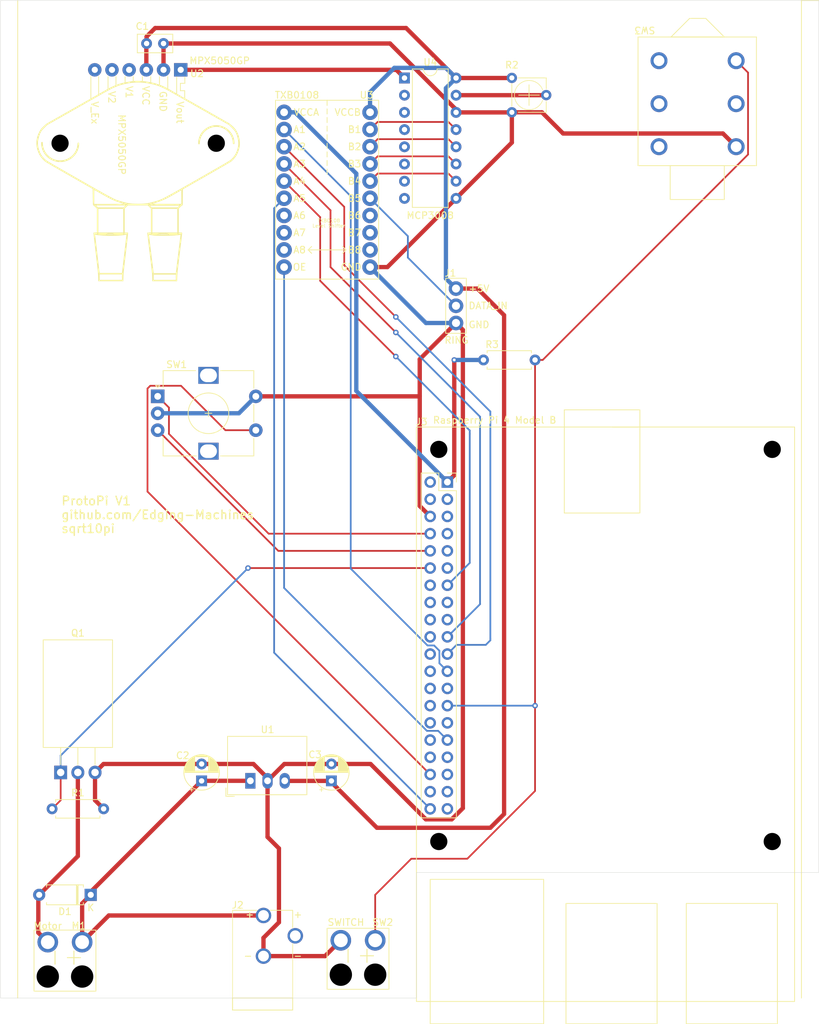
<source format=kicad_pcb>
(kicad_pcb (version 20211014) (generator pcbnew)
  (layers (0 "F.Cu" signal) (31 "B.Cu" signal) (34 "B.Paste" user) (35 "F.Paste" user) (36 "B.SilkS" user "B.Silkscreen") (37 "F.SilkS" user "F.Silkscreen") (38 "B.Mask" user) (39 "F.Mask" user) (44 "Edge.Cuts" user))
  (net 0 "")
  (net 1 "+5V")
  (net 2 "GND")
  (net 3 "+12V")
  (net 4 "/MOTOR-")
  (net 5 "/NEO_DATA_5V")
  (net 6 "+3V3")
  (net 12 "/SW_ROTA")
  (net 14 "/SW_ROTB")
  (net 16 "/MOTOR_3V3")
  (net 17 "/~{CS_3V3}")
  (net 23 "/MOSI_3V3")
  (net 25 "/MISO_3V3")
  (net 27 "/CLK_3V3")
  (net 31 "Net-(J3-Pad27)")
  (net 35 "/TXB_OE")
  (net 40 "/SW_PRESS")
  (net 44 "/NEO_DATA_3V3")
  (net 45 "/A_REF")
  (net 46 "/A_CH0")
  (net 54 "/~{CS_5V}")
  (net 55 "/MOSI_5V")
  (net 56 "/MISO_5V")
  (net 57 "/CLK_5V")
  (footprint "Resistor_THT:R_Axial_DIN0207_L6.3mm_D2.5mm_P7.62mm_Horizontal" (layer "F.Cu") (at 48.26 144.78)
    (fp_text reference "R1" (at 3.81 -2.37) (layer "F.SilkS"))
    (fp_text value "220k")
    (pad "1" thru_hole circle (at 0 0) (size 1.6 1.6) (drill 0.8) (layers *.Cu *.Mask) (net 16 "/MOTOR_3V3"))
    (pad "2" thru_hole oval (at 7.62 0) (size 1.6 1.6) (drill 0.8) (layers *.Cu *.Mask) (net 2 "GND"))
  )
  (footprint "custom-footprints:2.1mm DC Barrel Jack" (layer "F.Cu") (at 79.502 160.528 180)
    (fp_text reference "J2" (at 3.81 1.524 unlocked) (layer "F.SilkS"))
    (fp_text value "Jack-DC")
    (fp_text user "+" (at 2.032 0 180 unlocked) (layer "F.SilkS"))
    (fp_text user "+" (at -5.08 0 180 unlocked) (layer "F.SilkS"))
    (fp_text user "-" (at -5.08 -6.096 180 unlocked) (layer "F.SilkS"))
    (fp_text user "-" (at 2.286 -6.096 180 unlocked) (layer "F.SilkS"))
    (pad "1" thru_hole circle (at 0 0 180) (size 2.286 2.286) (drill 1.6002) (layers *.Cu *.Mask) (net 3 "+12V"))
    (pad "2" thru_hole circle (at 0 -6.000001 180) (size 2.286 2.286) (drill 1.6002) (layers *.Cu *.Mask) (net 2 "GND"))
    (pad "3" thru_hole circle (at -4.7 -3 180) (size 2.286 2.286) (drill 1.6002) (layers *.Cu *.Mask))
  )
  (footprint "Diode_THT:D_A-405_P7.62mm_Horizontal" (layer "F.Cu") (at 53.975 157.48 180)
    (fp_text reference "D1" (at 3.81 -2.47) (layer "F.SilkS"))
    (fp_text value "1N5818-B")
    (fp_text user "K" (at 0 -1.9) (layer "F.SilkS"))
    (pad "1" thru_hole rect (at 0 0 180) (size 1.8 1.8) (drill 0.9) (layers *.Cu *.Mask) (net 3 "+12V"))
    (pad "2" thru_hole oval (at 7.62 0 180) (size 1.8 1.8) (drill 0.9) (layers *.Cu *.Mask) (net 4 "/MOTOR-"))
  )
  (footprint "custom-footprints:TXB0108-Adafruit" (layer "F.Cu") (at 88.9 53.34)
    (fp_text reference "U3" (at 5.842 -13.97 unlocked) (layer "F.SilkS"))
    (fp_text value "TXB0108")
    (fp_text user "A2" (at -4.064 -6.35 unlocked) (layer "F.SilkS"))
    (fp_text user "B2" (at 4.064 -6.35 unlocked) (layer "F.SilkS"))
    (fp_text user "VCCA" (at -3.048 -11.43 unlocked) (layer "F.SilkS"))
    (fp_text user "A1" (at -4.064 -8.89 unlocked) (layer "F.SilkS"))
    (fp_text user "Level Shifter" (at 0.254 5.334 unlocked) (layer "F.SilkS") (effects (font (size 0.508 0.508) (thickness 0.0762))))
    (fp_text user "GND" (at 3.556 11.43 unlocked) (layer "F.SilkS"))
    (fp_text user "VCCB" (at 3.048 -11.43 unlocked) (layer "F.SilkS"))
    (fp_text user "A8" (at -4.064 8.89 unlocked) (layer "F.SilkS"))
    (fp_text user "B6" (at 4.064 3.81 unlocked) (layer "F.SilkS"))
    (fp_text user "B7" (at 4.064 6.35 unlocked) (layer "F.SilkS"))
    (fp_text user "B8" (at 4.064 8.89 unlocked) (layer "F.SilkS"))
    (fp_text user "OE" (at -4.064 11.43 unlocked) (layer "F.SilkS"))
    (fp_text user "B5" (at 4.064 1.27 unlocked) (layer "F.SilkS"))
    (fp_text user "B1" (at 4.064 -8.89 unlocked) (layer "F.SilkS"))
    (fp_text user "TXB0108" (at 0.254 4.572 unlocked) (layer "F.SilkS") (effects (font (size 0.508 0.508) (thickness 0.0762))))
    (fp_text user "A4" (at -4.064 -1.27 unlocked) (layer "F.SilkS"))
    (fp_text user "A6" (at -4.064 3.81 unlocked) (layer "F.SilkS"))
    (fp_text user "A5" (at -4.064 1.27 unlocked) (layer "F.SilkS"))
    (fp_text user "B3" (at 4.064 -3.81 unlocked) (layer "F.SilkS"))
    (fp_text user "B4" (at 4.064 -1.27 unlocked) (layer "F.SilkS"))
    (fp_text user "A7" (at -4.064 6.35 unlocked) (layer "F.SilkS"))
    (fp_text user "A3" (at -4.064 -3.81 unlocked) (layer "F.SilkS"))
    (pad "1" thru_hole circle (at -6.35 -11.43) (size 2.286 2.286) (drill 1.143) (layers *.Cu *.Mask) (net 6 "+3V3"))
    (pad "2" thru_hole circle (at -6.35 -8.89) (size 2.286 2.286) (drill 1.143) (layers *.Cu *.Mask) (net 27 "/CLK_3V3"))
    (pad "3" thru_hole circle (at -6.35 -6.35) (size 2.286 2.286) (drill 1.143) (layers *.Cu *.Mask) (net 25 "/MISO_3V3"))
    (pad "4" thru_hole circle (at -6.35 -3.81) (size 2.286 2.286) (drill 1.143) (layers *.Cu *.Mask) (net 23 "/MOSI_3V3"))
    (pad "5" thru_hole circle (at -6.35 -1.27) (size 2.286 2.286) (drill 1.143) (layers *.Cu *.Mask) (net 17 "/~{CS_3V3}"))
    (pad "6" thru_hole circle (at -6.35 1.27) (size 2.286 2.286) (drill 1.143) (layers *.Cu *.Mask) (net 44 "/NEO_DATA_3V3"))
    (pad "7" thru_hole circle (at -6.35 3.81) (size 2.286 2.286) (drill 1.143) (layers *.Cu *.Mask))
    (pad "8" thru_hole circle (at -6.35 6.35) (size 2.286 2.286) (drill 1.143) (layers *.Cu *.Mask))
    (pad "9" thru_hole circle (at -6.35 8.89) (size 2.286 2.286) (drill 1.143) (layers *.Cu *.Mask))
    (pad "10" thru_hole circle (at -6.35 11.43) (size 2.286 2.286) (drill 1.143) (layers *.Cu *.Mask) (net 35 "/TXB_OE"))
    (pad "11" thru_hole circle (at 6.35 11.43) (size 2.286 2.286) (drill 1.143) (layers *.Cu *.Mask) (net 2 "GND"))
    (pad "12" thru_hole circle (at 6.35 8.89) (size 2.286 2.286) (drill 1.143) (layers *.Cu *.Mask))
    (pad "13" thru_hole circle (at 6.35 6.35) (size 2.286 2.286) (drill 1.143) (layers *.Cu *.Mask))
    (pad "14" thru_hole circle (at 6.35 3.81) (size 2.286 2.286) (drill 1.143) (layers *.Cu *.Mask))
    (pad "15" thru_hole circle (at 6.35 1.27) (size 2.286 2.286) (drill 1.143) (layers *.Cu *.Mask) (net 5 "/NEO_DATA_5V"))
    (pad "16" thru_hole circle (at 6.35 -1.27) (size 2.286 2.286) (drill 1.143) (layers *.Cu *.Mask) (net 54 "/~{CS_5V}"))
    (pad "17" thru_hole circle (at 6.35 -3.81) (size 2.286 2.286) (drill 1.143) (layers *.Cu *.Mask) (net 55 "/MOSI_5V"))
    (pad "18" thru_hole circle (at 6.35 -6.35) (size 2.286 2.286) (drill 1.143) (layers *.Cu *.Mask) (net 56 "/MISO_5V"))
    (pad "19" thru_hole circle (at 6.35 -8.89) (size 2.286 2.286) (drill 1.143) (layers *.Cu *.Mask) (net 57 "/CLK_5V"))
    (pad "20" thru_hole circle (at 6.35 -11.43) (size 2.286 2.286) (drill 1.143) (layers *.Cu *.Mask) (net 1 "+5V"))
  )
  (footprint "Package_DIP:DIP-16_W7.62mm" (layer "F.Cu") (at 100.34 36.845)
    (fp_text reference "U4" (at 3.81 -2.33) (layer "F.SilkS"))
    (fp_text value "MCP3008")
    (pad "1" thru_hole rect (at 0 0) (size 1.6 1.6) (drill 0.8) (layers *.Cu *.Mask) (net 46 "/A_CH0"))
    (pad "2" thru_hole oval (at 0 2.54) (size 1.6 1.6) (drill 0.8) (layers *.Cu *.Mask))
    (pad "3" thru_hole oval (at 0 5.08) (size 1.6 1.6) (drill 0.8) (layers *.Cu *.Mask))
    (pad "4" thru_hole oval (at 0 7.62) (size 1.6 1.6) (drill 0.8) (layers *.Cu *.Mask))
    (pad "5" thru_hole oval (at 0 10.16) (size 1.6 1.6) (drill 0.8) (layers *.Cu *.Mask))
    (pad "6" thru_hole oval (at 0 12.7) (size 1.6 1.6) (drill 0.8) (layers *.Cu *.Mask))
    (pad "7" thru_hole oval (at 0 15.24) (size 1.6 1.6) (drill 0.8) (layers *.Cu *.Mask))
    (pad "8" thru_hole oval (at 0 17.78) (size 1.6 1.6) (drill 0.8) (layers *.Cu *.Mask))
    (pad "9" thru_hole oval (at 7.62 17.78) (size 1.6 1.6) (drill 0.8) (layers *.Cu *.Mask) (net 2 "GND"))
    (pad "10" thru_hole oval (at 7.62 15.24) (size 1.6 1.6) (drill 0.8) (layers *.Cu *.Mask) (net 54 "/~{CS_5V}"))
    (pad "11" thru_hole oval (at 7.62 12.7) (size 1.6 1.6) (drill 0.8) (layers *.Cu *.Mask) (net 55 "/MOSI_5V"))
    (pad "12" thru_hole oval (at 7.62 10.16) (size 1.6 1.6) (drill 0.8) (layers *.Cu *.Mask) (net 56 "/MISO_5V"))
    (pad "13" thru_hole oval (at 7.62 7.62) (size 1.6 1.6) (drill 0.8) (layers *.Cu *.Mask) (net 57 "/CLK_5V"))
    (pad "14" thru_hole oval (at 7.62 5.08) (size 1.6 1.6) (drill 0.8) (layers *.Cu *.Mask) (net 2 "GND"))
    (pad "15" thru_hole oval (at 7.62 2.54) (size 1.6 1.6) (drill 0.8) (layers *.Cu *.Mask) (net 45 "/A_REF"))
    (pad "16" thru_hole oval (at 7.62 0) (size 1.6 1.6) (drill 0.8) (layers *.Cu *.Mask) (net 1 "+5V"))
  )
  (footprint "custom-footprints:Motor_DC_WirePins" (layer "F.Cu") (at 52.705 164.465 -90)
    (fp_text reference "M1" (at -2.413 1.651 unlocked) (layer "F.SilkS") (effects (justify left)))
    (fp_text value "Motor_DC")
    (fp_text user "Motor" (at -2.413 7.239 unlocked) (layer "F.SilkS") (effects (justify left)))
    (fp_text user "-" (at 2.286 3.81 -90 unlocked) (layer "F.SilkS") (effects (font (size 2.54 2.54))))
    (fp_text user "+" (at 2.286 1.016 -90 unlocked) (layer "F.SilkS") (effects (font (size 2.54 2.54))))
    (pad "" np_thru_hole circle (at 5.08 0 270) (size 3.302 3.302) (drill 3.81) (layers *.Mask))
    (pad "" np_thru_hole circle (at 5.08 5.08 270) (size 3.302 3.302) (drill 3.81) (layers *.Mask))
    (pad "1" thru_hole circle (at 0 0 270) (size 3.048 3.048) (drill 2.032) (layers *.Cu *.Mask) (net 3 "+12V"))
    (pad "2" thru_hole circle (at 0 5.08 270) (size 3.048 3.048) (drill 2.032) (layers *.Cu *.Mask) (net 4 "/MOTOR-"))
  )
  (footprint "Rotary_Encoder:RotaryEncoder_Alps_EC12E-Switch_Vertical_H20mm" (layer "F.Cu") (at 63.87 83.86)
    (fp_text reference "SW1" (at 2.8 -4.7) (layer "F.SilkS"))
    (fp_text value "Rotary_Encoder_Switch")
    (pad "A" thru_hole rect (at 0 0) (size 2 2) (drill 1) (layers *.Cu *.Mask) (net 12 "/SW_ROTA"))
    (pad "B" thru_hole circle (at 0 5) (size 2 2) (drill 1) (layers *.Cu *.Mask) (net 14 "/SW_ROTB"))
    (pad "C" thru_hole circle (at 0 2.5) (size 2 2) (drill 1) (layers *.Cu *.Mask) (net 2 "GND"))
    (pad "MP" thru_hole rect (at 7.5 8.1) (size 3 2.5) (drill oval 2.5 2) (layers *.Cu *.Mask))
    (pad "MP" thru_hole rect (at 7.5 -3.1) (size 3 2.5) (drill oval 2.5 2) (layers *.Cu *.Mask))
    (pad "S1" thru_hole circle (at 14.5 0) (size 2 2) (drill 1) (layers *.Cu *.Mask) (net 2 "GND"))
    (pad "S2" thru_hole circle (at 14.5 5) (size 2 2) (drill 1) (layers *.Cu *.Mask) (net 40 "/SW_PRESS"))
  )
  (footprint "custom-footprints:uxcell_TRIMPOT" (layer "F.Cu") (at 116.205 36.83 -90)
    (fp_text reference "R2" (at -1.905 0 unlocked) (layer "F.SilkS"))
    (fp_text value "TRIMPOT")
    (pad "1" thru_hole circle (at 0 0 270) (size 1.524 1.524) (drill 0.762) (layers *.Cu *.Mask) (net 1 "+5V"))
    (pad "2" thru_hole circle (at 2.54 -5.08 270) (size 1.524 1.524) (drill 0.762) (layers *.Cu *.Mask) (net 45 "/A_REF"))
    (pad "3" thru_hole circle (at 5.08 0 270) (size 1.524 1.524) (drill 0.762) (layers *.Cu *.Mask) (net 2 "GND"))
  )
  (footprint "custom-footprints:CL1110" (layer "F.Cu") (at 149.352 34.29 180)
    (fp_text reference "SW3" (at 13.5 4.5 180 unlocked) (layer "F.SilkS"))
    (fp_text value "FOOTSWITCH (ALT)")
    (pad "1" thru_hole circle (at 0 0 180) (size 2.5 2.5) (drill 1.6) (layers *.Cu *.Mask) (net 31 "Net-(J3-Pad27)"))
    (pad "2" thru_hole circle (at 0 -12.7 180) (size 2.5 2.5) (drill 1.6) (layers *.Cu *.Mask) (net 2 "GND"))
    (pad "3" thru_hole circle (at 11.4 0 180) (size 2.5 2.5) (drill 1.6) (layers *.Cu *.Mask))
    (pad "4" thru_hole circle (at 11.4 -12.7 180) (size 2.5 2.5) (drill 1.6) (layers *.Cu *.Mask))
    (pad "5" thru_hole circle (at 0 -6.35 180) (size 2.5 2.5) (drill 1.6) (layers *.Cu *.Mask))
    (pad "6" thru_hole circle (at 11.4 -6.35 180) (size 2.5 2.5) (drill 1.6) (layers *.Cu *.Mask))
  )
  (footprint "custom-footprints:Neopixel_Ring_WirePins" (layer "F.Cu") (at 107.95 67.945)
    (fp_text reference "J1" (at -1.778 -2.286 unlocked) (layer "F.SilkS") (effects (justify left)))
    (fp_text value "Neopixel_Ring_Header")
    (fp_text user "GND" (at 1.778 5.334 unlocked) (layer "F.SilkS") (effects (justify left)))
    (fp_text user "+5V" (at 1.778 0 unlocked) (layer "F.SilkS") (effects (justify left)))
    (fp_text user "DATA_IN" (at 1.778 2.54 unlocked) (layer "F.SilkS") (effects (justify left)))
    (fp_text user "RING" (at -1.778 7.62 unlocked) (layer "F.SilkS") (effects (justify left)))
    (pad "1" thru_hole circle (at 0 0) (size 2.159 2.159) (drill 1.1938) (layers *.Cu *.Mask) (net 1 "+5V"))
    (pad "2" thru_hole circle (at 0 2.54) (size 2.159 2.159) (drill 1.1938) (layers *.Cu *.Mask) (net 5 "/NEO_DATA_5V"))
    (pad "3" thru_hole circle (at 0 5.08) (size 2.159 2.159) (drill 1.1938) (layers *.Cu *.Mask) (net 2 "GND"))
  )
  (footprint "Resistor_THT:R_Axial_DIN0207_L6.3mm_D2.5mm_P7.62mm_Horizontal" (layer "F.Cu") (at 112.014 78.486)
    (fp_text reference "R3" (at 1.27 -2.286) (layer "F.SilkS"))
    (fp_text value "2k")
    (pad "1" thru_hole circle (at 0 0) (size 1.6 1.6) (drill 0.8) (layers *.Cu *.Mask) (net 6 "+3V3"))
    (pad "2" thru_hole oval (at 7.62 0) (size 1.6 1.6) (drill 0.8) (layers *.Cu *.Mask) (net 31 "Net-(J3-Pad27)"))
  )
  (footprint "Capacitor_THT:CP_Radial_D5.0mm_P2.50mm" (layer "F.Cu") (at 89.535 140.651113 90)
    (fp_text reference "C3" (at 3.872113 -2.413 180) (layer "F.SilkS"))
    (fp_text value "10u")
    (pad "1" thru_hole rect (at 0 0 90) (size 1.6 1.6) (drill 0.8) (layers *.Cu *.Mask) (net 1 "+5V"))
    (pad "2" thru_hole circle (at 2.5 0 90) (size 1.6 1.6) (drill 0.8) (layers *.Cu *.Mask) (net 2 "GND"))
  )
  (footprint "custom-footprints:Motor_DC_WirePins" (layer "F.Cu") (at 96.012 164.1935 -90)
    (fp_text reference "SW2" (at -2.6495 0.508 unlocked) (layer "F.SilkS") (effects (justify left)))
    (fp_text value "FOOTSWITCH")
    (fp_text user "SWITCH" (at -2.6495 7.112 unlocked) (layer "F.SilkS") (effects (justify left)))
    (fp_text user "+" (at 2.286 1.016 -90 unlocked) (layer "F.SilkS") (effects (font (size 2.54 2.54))))
    (fp_text user "-" (at 2.286 3.81 -90 unlocked) (layer "F.SilkS") (effects (font (size 2.54 2.54))))
    (pad "" np_thru_hole circle (at 5.08 5.08 270) (size 3.302 3.302) (drill 3.81) (layers *.Mask))
    (pad "" np_thru_hole circle (at 5.08 0 270) (size 3.302 3.302) (drill 3.81) (layers *.Mask))
    (pad "1" thru_hole circle (at 0 0 270) (size 3.048 3.048) (drill 2.032) (layers *.Cu *.Mask) (net 31 "Net-(J3-Pad27)"))
    (pad "2" thru_hole circle (at 0 5.08 270) (size 3.048 3.048) (drill 2.032) (layers *.Cu *.Mask) (net 2 "GND"))
  )
  (footprint "custom-footprints:Raspberry_Pi_4_Model_B" (layer "F.Cu") (at 150.622 93.98)
    (fp_text reference "J3" (at -47.752 -6.35) (layer "F.SilkS"))
    (fp_text value "Raspberry_Pi_2_3")
    (pad "" np_thru_hole circle (at -45.212 -2.286) (size 2.54 2.54) (drill 2.54) (layers *.Mask))
    (pad "" np_thru_hole circle (at -45.212 55.626) (size 2.54 2.54) (drill 2.54) (layers *.Mask))
    (pad "" np_thru_hole circle (at 4.064 55.626) (size 2.54 2.54) (drill 2.54) (layers *.Mask))
    (pad "" np_thru_hole circle (at 4.064 -2.286) (size 2.54 2.54) (drill 2.54) (layers *.Mask))
    (pad "1" thru_hole rect (at -43.942 2.54) (size 1.7 1.7) (drill 1) (layers *.Cu *.Mask) (net 6 "+3V3"))
    (pad "2" thru_hole oval (at -46.482 2.54) (size 1.7 1.7) (drill 1) (layers *.Cu *.Mask))
    (pad "3" thru_hole oval (at -43.942 5.08) (size 1.7 1.7) (drill 1) (layers *.Cu *.Mask))
    (pad "4" thru_hole oval (at -46.482 5.08) (size 1.7 1.7) (drill 1) (layers *.Cu *.Mask))
    (pad "5" thru_hole oval (at -43.942 7.62) (size 1.7 1.7) (drill 1) (layers *.Cu *.Mask))
    (pad "6" thru_hole oval (at -46.482 7.62) (size 1.7 1.7) (drill 1) (layers *.Cu *.Mask) (net 2 "GND"))
    (pad "7" thru_hole oval (at -43.942 10.16) (size 1.7 1.7) (drill 1) (layers *.Cu *.Mask))
    (pad "8" thru_hole oval (at -46.482 10.16) (size 1.7 1.7) (drill 1) (layers *.Cu *.Mask) (net 12 "/SW_ROTA"))
    (pad "9" thru_hole oval (at -43.942 12.7) (size 1.7 1.7) (drill 1) (layers *.Cu *.Mask))
    (pad "10" thru_hole oval (at -46.482 12.7) (size 1.7 1.7) (drill 1) (layers *.Cu *.Mask) (net 14 "/SW_ROTB"))
    (pad "11" thru_hole oval (at -43.942 15.24) (size 1.7 1.7) (drill 1) (layers *.Cu *.Mask))
    (pad "12" thru_hole oval (at -46.482 15.24) (size 1.7 1.7) (drill 1) (layers *.Cu *.Mask) (net 16 "/MOTOR_3V3"))
    (pad "13" thru_hole oval (at -43.942 17.78) (size 1.7 1.7) (drill 1) (layers *.Cu *.Mask) (net 17 "/~{CS_3V3}"))
    (pad "14" thru_hole oval (at -46.482 17.78) (size 1.7 1.7) (drill 1) (layers *.Cu *.Mask))
    (pad "15" thru_hole oval (at -43.942 20.32) (size 1.7 1.7) (drill 1) (layers *.Cu *.Mask))
    (pad "16" thru_hole oval (at -46.482 20.32) (size 1.7 1.7) (drill 1) (layers *.Cu *.Mask))
    (pad "17" thru_hole oval (at -43.942 22.86) (size 1.7 1.7) (drill 1) (layers *.Cu *.Mask))
    (pad "18" thru_hole oval (at -46.482 22.86) (size 1.7 1.7) (drill 1) (layers *.Cu *.Mask))
    (pad "19" thru_hole oval (at -43.942 25.4) (size 1.7 1.7) (drill 1) (layers *.Cu *.Mask) (net 23 "/MOSI_3V3"))
    (pad "20" thru_hole oval (at -46.482 25.4) (size 1.7 1.7) (drill 1) (layers *.Cu *.Mask))
    (pad "21" thru_hole oval (at -43.942 27.94) (size 1.7 1.7) (drill 1) (layers *.Cu *.Mask) (net 25 "/MISO_3V3"))
    (pad "22" thru_hole oval (at -46.482 27.94) (size 1.7 1.7) (drill 1) (layers *.Cu *.Mask))
    (pad "23" thru_hole oval (at -43.942 30.48) (size 1.7 1.7) (drill 1) (layers *.Cu *.Mask) (net 27 "/CLK_3V3"))
    (pad "24" thru_hole oval (at -46.482 30.48) (size 1.7 1.7) (drill 1) (layers *.Cu *.Mask))
    (pad "25" thru_hole oval (at -43.942 33.02) (size 1.7 1.7) (drill 1) (layers *.Cu *.Mask))
    (pad "26" thru_hole oval (at -46.482 33.02) (size 1.7 1.7) (drill 1) (layers *.Cu *.Mask))
    (pad "27" thru_hole oval (at -43.942 35.56) (size 1.7 1.7) (drill 1) (layers *.Cu *.Mask) (net 31 "Net-(J3-Pad27)"))
    (pad "28" thru_hole oval (at -46.482 35.56) (size 1.7 1.7) (drill 1) (layers *.Cu *.Mask))
    (pad "29" thru_hole oval (at -43.942 38.1) (size 1.7 1.7) (drill 1) (layers *.Cu *.Mask))
    (pad "30" thru_hole oval (at -46.482 38.1) (size 1.7 1.7) (drill 1) (layers *.Cu *.Mask))
    (pad "31" thru_hole oval (at -43.942 40.64) (size 1.7 1.7) (drill 1) (layers *.Cu *.Mask) (net 35 "/TXB_OE"))
    (pad "32" thru_hole oval (at -46.482 40.64) (size 1.7 1.7) (drill 1) (layers *.Cu *.Mask))
    (pad "33" thru_hole oval (at -43.942 43.18) (size 1.7 1.7) (drill 1) (layers *.Cu *.Mask))
    (pad "34" thru_hole oval (at -46.482 43.18) (size 1.7 1.7) (drill 1) (layers *.Cu *.Mask))
    (pad "35" thru_hole oval (at -43.942 45.72) (size 1.7 1.7) (drill 1) (layers *.Cu *.Mask))
    (pad "36" thru_hole oval (at -46.482 45.72) (size 1.7 1.7) (drill 1) (layers *.Cu *.Mask) (net 40 "/SW_PRESS"))
    (pad "37" thru_hole oval (at -43.942 48.26) (size 1.7 1.7) (drill 1) (layers *.Cu *.Mask))
    (pad "38" thru_hole oval (at -46.482 48.26) (size 1.7 1.7) (drill 1) (layers *.Cu *.Mask))
    (pad "39" thru_hole oval (at -43.942 50.8) (size 1.7 1.7) (drill 1) (layers *.Cu *.Mask))
    (pad "40" thru_hole oval (at -46.482 50.8) (size 1.7 1.7) (drill 1) (layers *.Cu *.Mask) (net 44 "/NEO_DATA_3V3"))
  )
  (footprint "Package_TO_SOT_THT:TO-220-3_Horizontal_TabDown" (layer "F.Cu") (at 49.53 139.405)
    (fp_text reference "Q1" (at 2.54 -20.58) (layer "F.SilkS"))
    (fp_text value "FQP30N06L")
    (pad "" np_thru_hole oval (at 2.54 -16.66) (size 3.5 3.5) (drill 3.5) (layers *.Cu *.Mask))
    (pad "1" thru_hole rect (at 0 0) (size 1.905 2) (drill 1.1) (layers *.Cu *.Mask) (net 16 "/MOTOR_3V3"))
    (pad "2" thru_hole oval (at 2.54 0) (size 1.905 2) (drill 1.1) (layers *.Cu *.Mask) (net 4 "/MOTOR-"))
    (pad "3" thru_hole oval (at 5.08 0) (size 1.905 2) (drill 1.1) (layers *.Cu *.Mask) (net 2 "GND"))
  )
  (footprint "Capacitor_THT:CP_Radial_D5.0mm_P2.50mm" (layer "F.Cu") (at 70.358 140.651113 90)
    (fp_text reference "C2" (at 3.745113 -2.794 180) (layer "F.SilkS"))
    (fp_text value "10u")
    (pad "1" thru_hole rect (at 0 0 90) (size 1.6 1.6) (drill 0.8) (layers *.Cu *.Mask) (net 3 "+12V"))
    (pad "2" thru_hole circle (at 2.5 0 90) (size 1.6 1.6) (drill 0.8) (layers *.Cu *.Mask) (net 2 "GND"))
  )
  (footprint "custom-footprints:MPX5050GP" (layer "F.Cu") (at 67.2719 35.6362 -90)
    (fp_text reference "U2" (at 0.5588 -1.3081 unlocked) (layer "F.SilkS") (effects (justify left)))
    (fp_text value "MPX5050GP")
    (fp_text user "Vout" (at 4.572 0.1016 -90 unlocked) (layer "F.SilkS") (effects (justify left)))
    (fp_text user "MPX5050GP" (at -1.3462 -5.7531 unlocked) (layer "F.SilkS"))
    (fp_text user "MPX5050GP" (at 11.04 8.71 -90 unlocked) (layer "F.SilkS"))
    (fp_text user "V1" (at 2.286 7.62 -90 unlocked) (layer "F.SilkS") (effects (justify left)))
    (fp_text user "GND" (at 3.048 2.6162 -90 unlocked) (layer "F.SilkS") (effects (justify left)))
    (fp_text user "V2" (at 3.048 10.1854 -90 unlocked) (layer "F.SilkS") (effects (justify left)))
    (fp_text user "VCC" (at 2.286 5.1562 -90 unlocked) (layer "F.SilkS") (effects (justify left)))
    (fp_text user "V_Ex" (at 4.572 12.7 -90 unlocked) (layer "F.SilkS") (effects (justify left)))
    (pad "" np_thru_hole circle (at 10.8458 17.8308 270) (size 2.54 2.54) (drill 4.064) (layers *.Mask))
    (pad "" np_thru_hole circle (at 10.8458 -5.2578 270) (size 2.54 2.54) (drill 4.064) (layers *.Mask))
    (pad "1" thru_hole rect (at 0 0 270) (size 1.9812 1.9812) (drill 0.9144) (layers *.Cu *.Mask) (net 46 "/A_CH0"))
    (pad "2" thru_hole circle (at 0 2.54 270) (size 1.9812 1.9812) (drill 0.9144) (layers *.Cu *.Mask) (net 2 "GND"))
    (pad "3" thru_hole circle (at 0 5.08 270) (size 1.9812 1.9812) (drill 0.9144) (layers *.Cu *.Mask) (net 1 "+5V"))
    (pad "4" thru_hole circle (at 0 7.62 270) (size 1.9812 1.9812) (drill 0.9144) (layers *.Cu *.Mask))
    (pad "5" thru_hole circle (at 0 10.16 270) (size 1.9812 1.9812) (drill 0.9144) (layers *.Cu *.Mask))
    (pad "6" thru_hole circle (at 0 12.7 270) (size 1.9812 1.9812) (drill 0.9144) (layers *.Cu *.Mask))
  )
  (footprint "Capacitor_THT:C_Disc_D5.0mm_W2.5mm_P2.50mm" (layer "F.Cu") (at 62.23 31.75)
    (fp_text reference "C1" (at -0.635 -2.54 180) (layer "F.SilkS"))
    (fp_text value "0u1")
    (pad "1" thru_hole circle (at 0 0) (size 1.6 1.6) (drill 0.8) (layers *.Cu *.Mask) (net 1 "+5V"))
    (pad "2" thru_hole circle (at 2.5 0) (size 1.6 1.6) (drill 0.8) (layers *.Cu *.Mask) (net 2 "GND"))
  )
  (footprint "Converter_DCDC:Converter_DCDC_RECOM_R-78E-0.5_THT" (layer "F.Cu") (at 77.563 140.6375)
    (fp_text reference "U1" (at 2.54 -7.56) (layer "F.SilkS"))
    (fp_text value "R-78E5.0-0.5")
    (pad "1" thru_hole rect (at 0 0) (size 1.5 2.3) (drill 1) (layers *.Cu *.Mask) (net 3 "+12V"))
    (pad "2" thru_hole oval (at 2.54 0) (size 1.5 2.3) (drill 1) (layers *.Cu *.Mask) (net 2 "GND"))
    (pad "3" thru_hole oval (at 5.08 0) (size 1.5 2.3) (drill 1) (layers *.Cu *.Mask) (net 1 "+5V"))
  )
  (gr_line (start 161.544 25.4) (end 159.004 25.4) (layer "F.SilkS") (width 0.12))
  (gr_line (start 43.18 25.4) (end 43.18 172.72) (layer "F.SilkS") (width 0.12))
  (gr_line (start 159.004 25.4) (end 159.004 172.72) (layer "F.SilkS") (width 0.12))
  (gr_poly (pts (xy 161.544 154.178) (xy 102.108 154.178) (xy 102.108 172.72) (xy 40.64 172.72) (xy 40.64 25.4) (xy 161.544 25.4)) (layer "Edge.Cuts") (width 0.05) (fill none))
  (gr_text "TXB0108" (at 84.455 39.37) (layer "F.SilkS") (effects (font (size 1 1))))
  (gr_text "Raspberry Pi 4 Model B" (at 113.665 87.376) (layer "F.SilkS") (effects (font (size 1 1))))
  (gr_text "ProtoPi V1\ngithub.com/Edging-Machines\nsqrt10pi" (at 49.53 101.346) (layer "F.SilkS") (effects (font (size 1.27 1.27) (thickness 0.2032)) (justify left)))
  (gr_text "MCP3008" (at 104.14 57.15) (layer "F.SilkS") (effects (font (size 1 1))))
  (segment (start 107.96 36.845) (end 100.579 29.464) (width 0.635) (layer "F.Cu") (net 1))
  (segment (start 116.19 36.845) (end 116.205 36.83) (width 0.635) (layer "F.Cu") (net 1))
  (segment (start 113.03 147.574) (end 115.062 145.542) (width 0.635) (layer "F.Cu") (net 1))
  (segment (start 82.656613 140.651113) (end 82.643 140.6375) (width 0.635) (layer "F.Cu") (net 1))
  (segment (start 96.266 147.574) (end 113.03 147.574) (width 0.635) (layer "F.Cu") (net 1))
  (segment (start 115.062 71.882) (end 111.125 67.945) (width 0.635) (layer "F.Cu") (net 1))
  (segment (start 89.535 140.651113) (end 82.656613 140.651113) (width 0.635) (layer "F.Cu") (net 1))
  (segment (start 62.1919 35.6362) (end 62.1919 31.7881) (width 0.635) (layer "F.Cu") (net 1))
  (segment (start 115.062 145.542) (end 115.062 71.882) (width 0.635) (layer "F.Cu") (net 1))
  (segment (start 100.579 29.464) (end 63.5 29.464) (width 0.635) (layer "F.Cu") (net 1))
  (segment (start 111.125 67.945) (end 107.95 67.945) (width 0.635) (layer "F.Cu") (net 1))
  (segment (start 62.23 30.734) (end 62.23 31.75) (width 0.635) (layer "F.Cu") (net 1))
  (segment (start 89.535 140.843) (end 96.266 147.574) (width 0.635) (layer "F.Cu") (net 1))
  (segment (start 107.96 36.845) (end 116.19 36.845) (width 0.635) (layer "F.Cu") (net 1))
  (segment (start 89.535 140.651113) (end 89.535 140.843) (width 0.635) (layer "F.Cu") (net 1))
  (segment (start 63.5 29.464) (end 62.23 30.734) (width 0.635) (layer "F.Cu") (net 1))
  (segment (start 62.1919 31.7881) (end 62.23 31.75) (width 0.635) (layer "F.Cu") (net 1))
  (segment (start 106.461989 35.346989) (end 107.96 36.845) (width 0.635) (layer "B.Cu") (net 1))
  (segment (start 106.461989 38.343011) (end 106.461989 66.456989) (width 0.635) (layer "B.Cu") (net 1))
  (segment (start 106.461989 66.456989) (end 107.95 67.945) (width 0.635) (layer "B.Cu") (net 1))
  (segment (start 95.25 41.91) (end 95.25 38.938978) (width 0.635) (layer "B.Cu") (net 1))
  (segment (start 98.841989 35.346989) (end 106.461989 35.346989) (width 0.635) (layer "B.Cu") (net 1))
  (segment (start 95.25 38.938978) (end 98.841989 35.346989) (width 0.635) (layer "B.Cu") (net 1))
  (segment (start 107.96 36.845) (end 106.461989 38.343011) (width 0.635) (layer "B.Cu") (net 1))
  (segment (start 54.61 143.51) (end 54.61 139.405) (width 0.635) (layer "F.Cu") (net 2))
  (segment (start 78.016613 138.151113) (end 70.358 138.151113) (width 0.635) (layer "F.Cu") (net 2))
  (segment (start 80.103 140.2375) (end 78.016613 138.151113) (width 0.635) (layer "F.Cu") (net 2))
  (segment (start 107.321208 146.328011) (end 108.966 144.683219) (width 0.635) (layer "F.Cu") (net 2))
  (segment (start 116.19 41.925) (end 116.205 41.91) (width 0.635) (layer "F.Cu") (net 2))
  (segment (start 102.591989 100.051989) (end 102.591989 83.844011) (width 0.635) (layer "F.Cu") (net 2))
  (segment (start 107.96 54.625) (end 97.815 64.77) (width 0.635) (layer "F.Cu") (net 2))
  (segment (start 81.788 161.544) (end 79.502 163.83) (width 0.635) (layer "F.Cu") (net 2))
  (segment (start 102.576 83.86) (end 102.591989 83.844011) (width 0.635) (layer "F.Cu") (net 2))
  (segment (start 120.65 41.91) (end 116.205 41.91) (width 0.635) (layer "F.Cu") (net 2))
  (segment (start 97.815 64.77) (end 95.25 64.77) (width 0.635) (layer "F.Cu") (net 2))
  (segment (start 79.502 163.83) (end 79.502 166.528001) (width 0.635) (layer "F.Cu") (net 2))
  (segment (start 116.205 41.91) (end 116.205 46.38) (width 0.635) (layer "F.Cu") (net 2))
  (segment (start 55.863887 138.151113) (end 54.61 139.405) (width 0.635) (layer "F.Cu") (net 2))
  (segment (start 78.37 83.86) (end 102.576 83.86) (width 0.635) (layer "F.Cu") (net 2))
  (segment (start 116.205 46.38) (end 107.96 54.625) (width 0.635) (layer "F.Cu") (net 2))
  (segment (start 102.591989 78.383011) (end 107.95 73.025) (width 0.635) (layer "F.Cu") (net 2))
  (segment (start 108.966 144.683219) (end 108.966 74.041) (width 0.635) (layer "F.Cu") (net 2))
  (segment (start 103.498792 146.328011) (end 107.321208 146.328011) (width 0.635) (layer "F.Cu") (net 2))
  (segment (start 107.96 41.503509) (end 107.96 41.925) (width 0.635) (layer "F.Cu") (net 2))
  (segment (start 64.73 31.75) (end 98.206491 31.75) (width 0.635) (layer "F.Cu") (net 2))
  (segment (start 81.788 150.622) (end 81.788 161.544) (width 0.635) (layer "F.Cu") (net 2))
  (segment (start 89.535 138.151113) (end 82.589387 138.151113) (width 0.635) (layer "F.Cu") (net 2))
  (segment (start 104.14 101.6) (end 102.591989 100.051989) (width 0.635) (layer "F.Cu") (net 2))
  (segment (start 55.88 144.78) (end 54.61 143.51) (width 0.635) (layer "F.Cu") (net 2))
  (segment (start 64.73 35.6343) (end 64.7319 35.6362) (width 0.635) (layer "F.Cu") (net 2))
  (segment (start 123.781989 45.041989) (end 120.65 41.91) (width 0.635) (layer "F.Cu") (net 2))
  (segment (start 80.103 140.6375) (end 80.103 140.2375) (width 0.635) (layer "F.Cu") (net 2))
  (segment (start 64.73 31.75) (end 64.73 35.6343) (width 0.635) (layer "F.Cu") (net 2))
  (segment (start 102.591989 83.844011) (end 102.591989 78.383011) (width 0.635) (layer "F.Cu") (net 2))
  (segment (start 108.966 74.041) (end 107.95 73.025) (width 0.635) (layer "F.Cu") (net 2))
  (segment (start 88.597499 166.528001) (end 90.932 164.1935) (width 0.635) (layer "F.Cu") (net 2))
  (segment (start 79.502 166.528001) (end 88.597499 166.528001) (width 0.635) (layer "F.Cu") (net 2))
  (segment (start 149.352 46.99) (end 147.403989 45.041989) (width 0.635) (layer "F.Cu") (net 2))
  (segment (start 80.103 148.937) (end 81.788 150.622) (width 0.635) (layer "F.Cu") (net 2))
  (segment (start 107.96 41.925) (end 116.19 41.925) (width 0.635) (layer "F.Cu") (net 2))
  (segment (start 89.535 138.151113) (end 95.321894 138.151113) (width 0.635) (layer "F.Cu") (net 2))
  (segment (start 95.321894 138.151113) (end 103.498792 146.328011) (width 0.635) (layer "F.Cu") (net 2))
  (segment (start 70.358 138.151113) (end 55.863887 138.151113) (width 0.635) (layer "F.Cu") (net 2))
  (segment (start 147.403989 45.041989) (end 123.781989 45.041989) (width 0.635) (layer "F.Cu") (net 2))
  (segment (start 98.206491 31.75) (end 107.96 41.503509) (width 0.635) (layer "F.Cu") (net 2))
  (segment (start 82.589387 138.151113) (end 80.103 140.6375) (width 0.635) (layer "F.Cu") (net 2))
  (segment (start 80.103 140.6375) (end 80.103 148.937) (width 0.635) (layer "F.Cu") (net 2))
  (segment (start 103.505 73.025) (end 95.25 64.77) (width 0.635) (layer "B.Cu") (net 2))
  (segment (start 75.87 86.36) (end 78.37 83.86) (width 0.635) (layer "B.Cu") (net 2))
  (segment (start 63.87 86.36) (end 75.87 86.36) (width 0.635) (layer "B.Cu") (net 2))
  (segment (start 107.95 73.025) (end 103.505 73.025) (width 0.635) (layer "B.Cu") (net 2))
  (segment (start 79.502 160.528) (end 56.642 160.528) (width 0.635) (layer "F.Cu") (net 3))
  (segment (start 52.705 164.465) (end 52.705 158.75) (width 0.635) (layer "F.Cu") (net 3))
  (segment (start 52.705 158.75) (end 53.975 157.48) (width 0.635) (layer "F.Cu") (net 3))
  (segment (start 70.371613 140.6375) (end 70.358 140.651113) (width 0.635) (layer "F.Cu") (net 3))
  (segment (start 53.975 157.034113) (end 70.358 140.651113) (width 0.635) (layer "F.Cu") (net 3))
  (segment (start 77.563 140.6375) (end 70.371613 140.6375) (width 0.635) (layer "F.Cu") (net 3))
  (segment (start 56.642 160.528) (end 52.705 164.465) (width 0.635) (layer "F.Cu") (net 3))
  (segment (start 53.975 157.48) (end 53.975 157.034113) (width 0.635) (layer "F.Cu") (net 3))
  (segment (start 47.625 164.465) (end 46.228 163.068) (width 0.635) (layer "F.Cu") (net 4))
  (segment (start 46.355 157.48) (end 52.07 151.765) (width 0.635) (layer "F.Cu") (net 4))
  (segment (start 46.228 157.607) (end 46.355 157.48) (width 0.635) (layer "F.Cu") (net 4))
  (segment (start 46.228 163.068) (end 46.228 157.607) (width 0.635) (layer "F.Cu") (net 4))
  (segment (start 52.07 151.765) (end 52.07 139.405) (width 0.635) (layer "F.Cu") (net 4))
  (segment (start 100.838 60.198) (end 95.25 54.61) (width 0.254) (layer "B.Cu") (net 5))
  (segment (start 107.95 70.485) (end 100.838 63.373) (width 0.254) (layer "B.Cu") (net 5))
  (segment (start 100.838 63.373) (end 100.838 60.198) (width 0.254) (layer "B.Cu") (net 5))
  (segment (start 107.696 95.504) (end 106.68 96.52) (width 0.635) (layer "F.Cu") (net 6))
  (segment (start 107.696 78.486) (end 107.696 95.504) (width 0.635) (layer "F.Cu") (net 6))
  (via (at 107.696 78.486) (size 0.8128) (drill 0.4064) (layers "F.Cu" "B.Cu") (net 6))
  (segment (start 93.218 83.058) (end 106.68 96.52) (width 0.635) (layer "B.Cu") (net 6))
  (segment (start 107.696 78.486) (end 112.014 78.486) (width 0.635) (layer "B.Cu") (net 6))
  (segment (start 84.166446 41.91) (end 93.218 50.961554) (width 0.635) (layer "B.Cu") (net 6))
  (segment (start 93.218 50.961554) (end 93.218 83.058) (width 0.635) (layer "B.Cu") (net 6))
  (segment (start 82.55 41.91) (end 84.166446 41.91) (width 0.635) (layer "B.Cu") (net 6))
  (segment (start 65.532 89.408) (end 80.264 104.14) (width 0.254) (layer "F.Cu") (net 12))
  (segment (start 80.264 104.14) (end 104.14 104.14) (width 0.254) (layer "F.Cu") (net 12))
  (segment (start 63.87 83.86) (end 65.532 85.522) (width 0.254) (layer "F.Cu") (net 12))
  (segment (start 65.532 85.522) (end 65.532 89.408) (width 0.254) (layer "F.Cu") (net 12))
  (segment (start 63.87 88.86) (end 81.69 106.68) (width 0.254) (layer "F.Cu") (net 14))
  (segment (start 81.69 106.68) (end 104.14 106.68) (width 0.254) (layer "F.Cu") (net 14))
  (segment (start 48.26 144.78) (end 49.53 143.51) (width 0.254) (layer "F.Cu") (net 16))
  (segment (start 49.53 143.51) (end 49.53 139.405) (width 0.254) (layer "F.Cu") (net 16))
  (segment (start 104.14 109.22) (end 77.216 109.22) (width 0.254) (layer "F.Cu") (net 16))
  (via (at 77.216 109.22) (size 0.8128) (drill 0.4064) (layers "F.Cu" "B.Cu") (net 16))
  (segment (start 49.53 136.906) (end 49.53 139.405) (width 0.254) (layer "B.Cu") (net 16))
  (segment (start 77.216 109.22) (end 49.53 136.906) (width 0.254) (layer "B.Cu") (net 16))
  (segment (start 87.884 57.404) (end 82.55 52.07) (width 0.254) (layer "F.Cu") (net 17))
  (segment (start 87.884 66.802) (end 87.884 57.404) (width 0.254) (layer "F.Cu") (net 17))
  (segment (start 99.06 77.978) (end 87.884 66.802) (width 0.254) (layer "F.Cu") (net 17))
  (via (at 99.06 77.978) (size 0.8128) (drill 0.4064) (layers "F.Cu" "B.Cu") (net 17))
  (segment (start 109.982 89.408) (end 109.982 88.9) (width 0.254) (layer "B.Cu") (net 17))
  (segment (start 109.982 88.9) (end 105.918 84.836) (width 0.254) (layer "B.Cu") (net 17))
  (segment (start 105.918 84.836) (end 99.187 78.105) (width 0.254) (layer "B.Cu") (net 17))
  (segment (start 109.982 108.458) (end 109.982 89.408) (width 0.254) (layer "B.Cu") (net 17))
  (segment (start 106.68 111.76) (end 109.982 108.458) (width 0.254) (layer "B.Cu") (net 17))
  (segment (start 99.187 78.105) (end 99.06 77.978) (width 0.254) (layer "B.Cu") (net 17))
  (segment (start 89.408 56.388) (end 82.55 49.53) (width 0.254) (layer "F.Cu") (net 23))
  (segment (start 99.06 74.422) (end 89.408 64.77) (width 0.254) (layer "F.Cu") (net 23))
  (segment (start 89.408 64.77) (end 89.408 56.388) (width 0.254) (layer "F.Cu") (net 23))
  (via (at 99.06 74.422) (size 0.8128) (drill 0.4064) (layers "F.Cu" "B.Cu") (net 23))
  (segment (start 111.506 86.868) (end 111.506 114.554) (width 0.254) (layer "B.Cu") (net 23))
  (segment (start 111.506 114.554) (end 106.68 119.38) (width 0.254) (layer "B.Cu") (net 23))
  (segment (start 99.06 74.422) (end 111.506 86.868) (width 0.254) (layer "B.Cu") (net 23))
  (segment (start 91.44 64.516) (end 99.06 72.136) (width 0.254) (layer "F.Cu") (net 25))
  (segment (start 91.44 55.88) (end 91.44 64.516) (width 0.254) (layer "F.Cu") (net 25))
  (segment (start 82.55 46.99) (end 91.44 55.88) (width 0.254) (layer "F.Cu") (net 25))
  (via (at 99.06 72.136) (size 0.8128) (drill 0.4064) (layers "F.Cu" "B.Cu") (net 25))
  (segment (start 113.03 86.106) (end 106.68 79.756) (width 0.254) (layer "B.Cu") (net 25))
  (segment (start 113.03 119.634) (end 113.03 86.106) (width 0.254) (layer "B.Cu") (net 25))
  (segment (start 108.037511 120.562489) (end 112.355511 120.562489) (width 0.254) (layer "B.Cu") (net 25))
  (segment (start 106.68 79.756) (end 99.06 72.136) (width 0.254) (layer "B.Cu") (net 25))
  (segment (start 113.03 119.888) (end 113.03 119.634) (width 0.254) (layer "B.Cu") (net 25))
  (segment (start 106.68 121.92) (end 108.037511 120.562489) (width 0.254) (layer "B.Cu") (net 25))
  (segment (start 112.355511 120.562489) (end 113.03 119.888) (width 0.254) (layer "B.Cu") (net 25))
  (segment (start 92.39298 109.301344) (end 103.741636 120.65) (width 0.254) (layer "B.Cu") (net 27))
  (segment (start 105.500289 121.431347) (end 105.500289 123.280289) (width 0.254) (layer "B.Cu") (net 27))
  (segment (start 105.500289 123.280289) (end 106.68 124.46) (width 0.254) (layer "B.Cu") (net 27))
  (segment (start 103.741636 120.65) (end 104.718942 120.65) (width 0.254) (layer "B.Cu") (net 27))
  (segment (start 104.718942 120.65) (end 105.500289 121.431347) (width 0.254) (layer "B.Cu") (net 27))
  (segment (start 92.39298 54.29298) (end 92.39298 109.301344) (width 0.254) (layer "B.Cu") (net 27))
  (segment (start 82.55 44.45) (end 92.39298 54.29298) (width 0.254) (layer "B.Cu") (net 27))
  (segment (start 151.109511 36.047511) (end 151.109511 48.141859) (width 0.254) (layer "F.Cu") (net 31))
  (segment (start 96.012 164.1935) (end 96.012 157.48) (width 0.254) (layer "F.Cu") (net 31))
  (segment (start 119.634 129.54) (end 119.634 78.486) (width 0.254) (layer "F.Cu") (net 31))
  (segment (start 119.634 142.136754) (end 119.634 129.54) (width 0.254) (layer "F.Cu") (net 31))
  (segment (start 101.346 152.146) (end 109.624754 152.146) (width 0.254) (layer "F.Cu") (net 31))
  (segment (start 96.012 157.48) (end 101.346 152.146) (width 0.254) (layer "F.Cu") (net 31))
  (segment (start 120.76537 78.486) (end 119.634 78.486) (width 0.254) (layer "F.Cu") (net 31))
  (segment (start 149.352 34.29) (end 151.109511 36.047511) (width 0.254) (layer "F.Cu") (net 31))
  (segment (start 109.624754 152.146) (end 119.634 142.136754) (width 0.254) (layer "F.Cu") (net 31))
  (segment (start 151.109511 48.141859) (end 120.76537 78.486) (width 0.254) (layer "F.Cu") (net 31))
  (via (at 119.634 129.54) (size 0.8128) (drill 0.4064) (layers "F.Cu" "B.Cu") (net 31))
  (segment (start 119.634 129.54) (end 106.68 129.54) (width 0.254) (layer "B.Cu") (net 31))
  (segment (start 103.651347 133.259711) (end 82.55 112.158364) (width 0.254) (layer "B.Cu") (net 35))
  (segment (start 105.319711 133.259711) (end 103.651347 133.259711) (width 0.254) (layer "B.Cu") (net 35))
  (segment (start 106.68 134.62) (end 105.319711 133.259711) (width 0.254) (layer "B.Cu") (net 35))
  (segment (start 82.55 112.158364) (end 82.55 64.77) (width 0.254) (layer "B.Cu") (net 35))
  (segment (start 67.31 82.296) (end 73.874 88.86) (width 0.254) (layer "F.Cu") (net 40))
  (segment (start 62.362489 97.922489) (end 62.362489 82.708089) (width 0.254) (layer "F.Cu") (net 40))
  (segment (start 73.874 88.86) (end 78.37 88.86) (width 0.254) (layer "F.Cu") (net 40))
  (segment (start 62.774578 82.296) (end 67.31 82.296) (width 0.254) (layer "F.Cu") (net 40))
  (segment (start 62.362489 82.708089) (end 62.774578 82.296) (width 0.254) (layer "F.Cu") (net 40))
  (segment (start 104.14 139.7) (end 62.362489 97.922489) (width 0.254) (layer "F.Cu") (net 40))
  (segment (start 104.14 144.78) (end 81.077289 121.717289) (width 0.254) (layer "B.Cu") (net 44))
  (segment (start 81.077289 56.082711) (end 82.55 54.61) (width 0.254) (layer "B.Cu") (net 44))
  (segment (start 81.077289 121.717289) (end 81.077289 56.082711) (width 0.254) (layer "B.Cu") (net 44))
  (segment (start 107.96 39.385) (end 121.27 39.385) (width 0.635) (layer "F.Cu") (net 45))
  (segment (start 121.27 39.385) (end 121.285 39.37) (width 0.635) (layer "F.Cu") (net 45))
  (segment (start 67.2719 35.6362) (end 99.1312 35.6362) (width 0.635) (layer "F.Cu") (net 46))
  (segment (start 99.1312 35.6362) (end 100.34 36.845) (width 0.635) (layer "F.Cu") (net 46))
  (segment (start 107.96 52.085) (end 106.830289 50.955289) (width 0.254) (layer "F.Cu") (net 54))
  (segment (start 106.830289 50.955289) (end 96.364711 50.955289) (width 0.254) (layer "F.Cu") (net 54))
  (segment (start 96.364711 50.955289) (end 95.25 52.07) (width 0.254) (layer "F.Cu") (net 54))
  (segment (start 107.96 49.545) (end 106.830289 48.415289) (width 0.254) (layer "F.Cu") (net 55))
  (segment (start 106.830289 48.415289) (end 96.364711 48.415289) (width 0.254) (layer "F.Cu") (net 55))
  (segment (start 96.364711 48.415289) (end 95.25 49.53) (width 0.254) (layer "F.Cu") (net 55))
  (segment (start 106.830289 45.875289) (end 96.364711 45.875289) (width 0.254) (layer "F.Cu") (net 56))
  (segment (start 96.364711 45.875289) (end 95.25 46.99) (width 0.254) (layer "F.Cu") (net 56))
  (segment (start 107.96 47.005) (end 106.830289 45.875289) (width 0.254) (layer "F.Cu") (net 56))
  (segment (start 107.96 44.465) (end 106.830289 43.335289) (width 0.254) (layer "F.Cu") (net 57))
  (segment (start 106.830289 43.335289) (end 96.364711 43.335289) (width 0.254) (layer "F.Cu") (net 57))
  (segment (start 96.364711 43.335289) (end 95.25 44.45) (width 0.254) (layer "F.Cu") (net 57))
)
</source>
